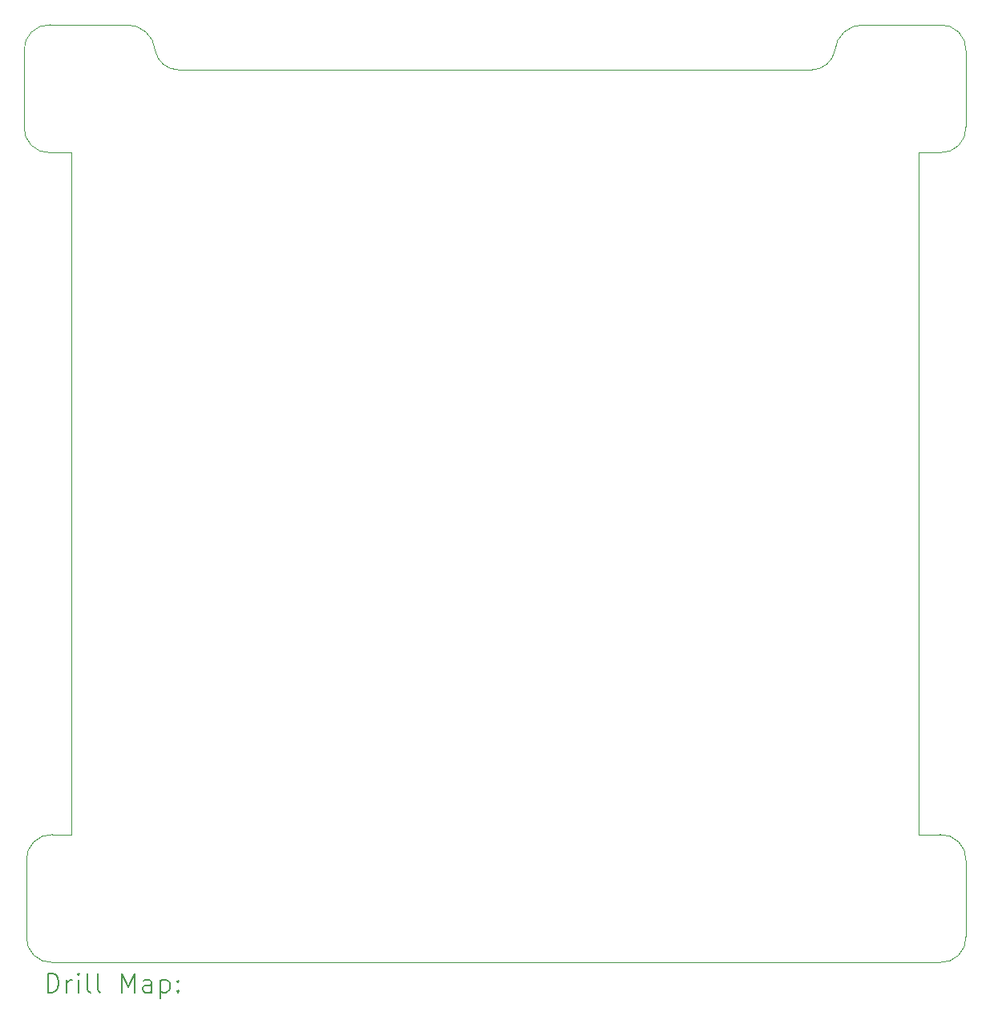
<source format=gbr>
%TF.GenerationSoftware,KiCad,Pcbnew,(6.0.9)*%
%TF.CreationDate,2022-12-20T23:19:30-05:00*%
%TF.ProjectId,Coaster_PCB_CDR,436f6173-7465-4725-9f50-43425f434452,rev?*%
%TF.SameCoordinates,Original*%
%TF.FileFunction,Drillmap*%
%TF.FilePolarity,Positive*%
%FSLAX45Y45*%
G04 Gerber Fmt 4.5, Leading zero omitted, Abs format (unit mm)*
G04 Created by KiCad (PCBNEW (6.0.9)) date 2022-12-20 23:19:30*
%MOMM*%
%LPD*%
G01*
G04 APERTURE LIST*
%ADD10C,0.100000*%
%ADD11C,0.200000*%
G04 APERTURE END LIST*
D10*
X17373940Y-15650000D02*
G75*
G03*
X17648940Y-15375000I11440J263560D01*
G01*
X16573940Y-5750005D02*
G75*
G03*
X16262500Y-6025000I-12980J-299155D01*
G01*
X17373940Y-14300000D02*
X17150000Y-14300000D01*
X17648940Y-6025000D02*
X17648940Y-6825000D01*
X7700000Y-6825000D02*
G75*
G03*
X7975000Y-7100000I263560J-11440D01*
G01*
X7725000Y-15375000D02*
X7725000Y-14575000D01*
X17373940Y-5750000D02*
X16573940Y-5750000D01*
X17648940Y-14575000D02*
G75*
G03*
X17373940Y-14300000I-263560J11440D01*
G01*
X17150000Y-14300000D02*
X17150000Y-7100000D01*
X9086445Y-6024999D02*
G75*
G03*
X9325000Y-6225000I243685J48389D01*
G01*
X7700000Y-6825000D02*
X7700000Y-6025000D01*
X8000000Y-14300000D02*
X8200000Y-14300000D01*
X8000000Y-14300000D02*
G75*
G03*
X7725000Y-14575000I-11440J-263560D01*
G01*
X8000000Y-15650000D02*
X8800000Y-15650000D01*
X9325000Y-6225000D02*
X16023940Y-6225000D01*
X7975000Y-5750000D02*
G75*
G03*
X7700000Y-6025000I-11440J-263560D01*
G01*
X8200000Y-7100000D02*
X8200000Y-14300000D01*
X17150000Y-7100000D02*
X17375000Y-7100000D01*
X7975000Y-5750000D02*
X8775000Y-5750000D01*
X7725000Y-15375000D02*
G75*
G03*
X8000000Y-15650000I263560J-11440D01*
G01*
X9086437Y-6025000D02*
G75*
G03*
X8775000Y-5750000I-298447J-24140D01*
G01*
X16023940Y-6225007D02*
G75*
G03*
X16262500Y-6025000I-5140J248407D01*
G01*
X17373940Y-15650000D02*
X16573940Y-15650000D01*
X17375000Y-7100002D02*
G75*
G03*
X17648940Y-6825000I10420J263562D01*
G01*
X7975000Y-7100000D02*
X8200000Y-7100000D01*
X17648940Y-6025000D02*
G75*
G03*
X17373940Y-5750000I-263560J11440D01*
G01*
X17648940Y-14575000D02*
X17648940Y-15375000D01*
X8800000Y-15650000D02*
X16573940Y-15650000D01*
D11*
X7952371Y-15965724D02*
X7952371Y-15765724D01*
X7999990Y-15765724D01*
X8028561Y-15775248D01*
X8047609Y-15794296D01*
X8057133Y-15813343D01*
X8066656Y-15851439D01*
X8066656Y-15880010D01*
X8057133Y-15918105D01*
X8047609Y-15937153D01*
X8028561Y-15956200D01*
X7999990Y-15965724D01*
X7952371Y-15965724D01*
X8152371Y-15965724D02*
X8152371Y-15832391D01*
X8152371Y-15870486D02*
X8161895Y-15851439D01*
X8171418Y-15841915D01*
X8190466Y-15832391D01*
X8209514Y-15832391D01*
X8276180Y-15965724D02*
X8276180Y-15832391D01*
X8276180Y-15765724D02*
X8266656Y-15775248D01*
X8276180Y-15784772D01*
X8285704Y-15775248D01*
X8276180Y-15765724D01*
X8276180Y-15784772D01*
X8399990Y-15965724D02*
X8380942Y-15956200D01*
X8371418Y-15937153D01*
X8371418Y-15765724D01*
X8504752Y-15965724D02*
X8485704Y-15956200D01*
X8476180Y-15937153D01*
X8476180Y-15765724D01*
X8733323Y-15965724D02*
X8733323Y-15765724D01*
X8799990Y-15908581D01*
X8866657Y-15765724D01*
X8866657Y-15965724D01*
X9047609Y-15965724D02*
X9047609Y-15860962D01*
X9038085Y-15841915D01*
X9019038Y-15832391D01*
X8980942Y-15832391D01*
X8961895Y-15841915D01*
X9047609Y-15956200D02*
X9028561Y-15965724D01*
X8980942Y-15965724D01*
X8961895Y-15956200D01*
X8952371Y-15937153D01*
X8952371Y-15918105D01*
X8961895Y-15899058D01*
X8980942Y-15889534D01*
X9028561Y-15889534D01*
X9047609Y-15880010D01*
X9142847Y-15832391D02*
X9142847Y-16032391D01*
X9142847Y-15841915D02*
X9161895Y-15832391D01*
X9199990Y-15832391D01*
X9219038Y-15841915D01*
X9228561Y-15851439D01*
X9238085Y-15870486D01*
X9238085Y-15927629D01*
X9228561Y-15946677D01*
X9219038Y-15956200D01*
X9199990Y-15965724D01*
X9161895Y-15965724D01*
X9142847Y-15956200D01*
X9323799Y-15946677D02*
X9333323Y-15956200D01*
X9323799Y-15965724D01*
X9314276Y-15956200D01*
X9323799Y-15946677D01*
X9323799Y-15965724D01*
X9323799Y-15841915D02*
X9333323Y-15851439D01*
X9323799Y-15860962D01*
X9314276Y-15851439D01*
X9323799Y-15841915D01*
X9323799Y-15860962D01*
M02*

</source>
